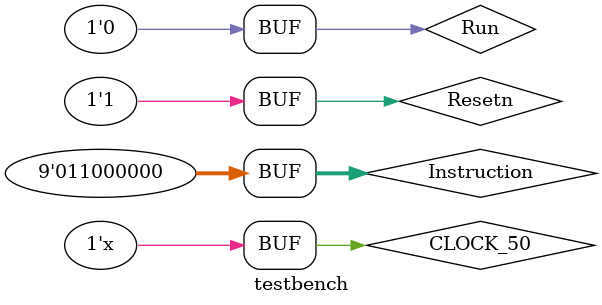
<source format=v>
`timescale 1ns / 1ps

module testbench ( );

	parameter CLOCK_PERIOD = 20;

	reg [8:0] Instruction;
	reg Run;
	wire Done;
	wire [8:0] BusWires;

	reg CLOCK_50;
	initial begin
		CLOCK_50 <= 1'b0;
	end // initial
	always @ (*)
	begin : Clock_Generator
		#((CLOCK_PERIOD) / 2) CLOCK_50 <= ~CLOCK_50;
	end
	
	reg Resetn;
	initial begin
		Resetn <= 1'b0;
		#20 Resetn <= 1'b1;
	end // initial

	initial begin
				Run	<= 1'b0;	Instruction	<= 9'b000000000;	
		#20	Run	<= 1'b1; Instruction	<= 9'b001000000;	
		#20	Run	<= 1'b0; Instruction	<= 9'b000000101;	
		#20	Run	<= 1'b1; Instruction	<= 9'b000001000;	
		#20	Run	<= 1'b0;
		#20	Run	<= 1'b1; Instruction	<= 9'b010000001;
		#20	Run	<= 1'b0;
		#60	Run	<= 1'b1; Instruction	<= 9'b011000000;
		#20	Run	<= 1'b0;
	end // initial

	proc U1 (Instruction, Resetn, CLOCK_50, Run, Done, BusWires);

endmodule

</source>
